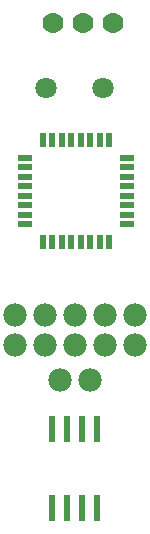
<source format=gbl>
G04 MADE WITH FRITZING*
G04 WWW.FRITZING.ORG*
G04 DOUBLE SIDED*
G04 HOLES PLATED*
G04 CONTOUR ON CENTER OF CONTOUR VECTOR*
%ASAXBY*%
%FSLAX23Y23*%
%MOIN*%
%OFA0B0*%
%SFA1.0B1.0*%
%ADD10C,0.070925*%
%ADD11C,0.070866*%
%ADD12C,0.069444*%
%ADD13C,0.078000*%
%ADD14R,0.050000X0.022000*%
%ADD15R,0.022000X0.050000*%
%ADD16R,0.024000X0.086900*%
%LNCOPPER0*%
G90*
G70*
G54D10*
X1157Y1574D03*
G54D11*
X964Y1574D03*
G54D12*
X990Y1791D03*
X1090Y1791D03*
X1190Y1791D03*
G54D13*
X1011Y602D03*
X1111Y602D03*
X863Y818D03*
X963Y818D03*
X1063Y818D03*
X1163Y818D03*
X1263Y818D03*
X863Y818D03*
X963Y818D03*
X1063Y818D03*
X1163Y818D03*
X1263Y818D03*
X1263Y718D03*
X1163Y718D03*
X1063Y718D03*
X963Y718D03*
X863Y718D03*
X863Y818D03*
X963Y818D03*
X1063Y818D03*
X1163Y818D03*
X1263Y818D03*
X863Y818D03*
X963Y818D03*
X1063Y818D03*
X1163Y818D03*
X1263Y818D03*
X1263Y718D03*
X1163Y718D03*
X1063Y718D03*
X963Y718D03*
X863Y718D03*
G54D14*
X896Y1121D03*
X896Y1152D03*
X896Y1184D03*
X896Y1215D03*
X896Y1247D03*
X896Y1278D03*
X896Y1310D03*
X896Y1341D03*
G54D15*
X955Y1400D03*
X986Y1400D03*
X1018Y1400D03*
X1049Y1400D03*
X1081Y1400D03*
X1112Y1400D03*
X1144Y1400D03*
X1175Y1400D03*
G54D14*
X1234Y1341D03*
X1234Y1310D03*
X1234Y1278D03*
X1234Y1247D03*
X1234Y1215D03*
X1234Y1184D03*
X1234Y1152D03*
X1234Y1121D03*
G54D15*
X1175Y1062D03*
X1144Y1062D03*
X1112Y1062D03*
X1081Y1062D03*
X1049Y1062D03*
X1018Y1062D03*
X986Y1062D03*
X955Y1062D03*
G54D16*
X1135Y173D03*
X1085Y173D03*
X1035Y173D03*
X985Y173D03*
X985Y438D03*
X1035Y438D03*
X1085Y438D03*
X1135Y438D03*
G04 End of Copper0*
M02*
</source>
